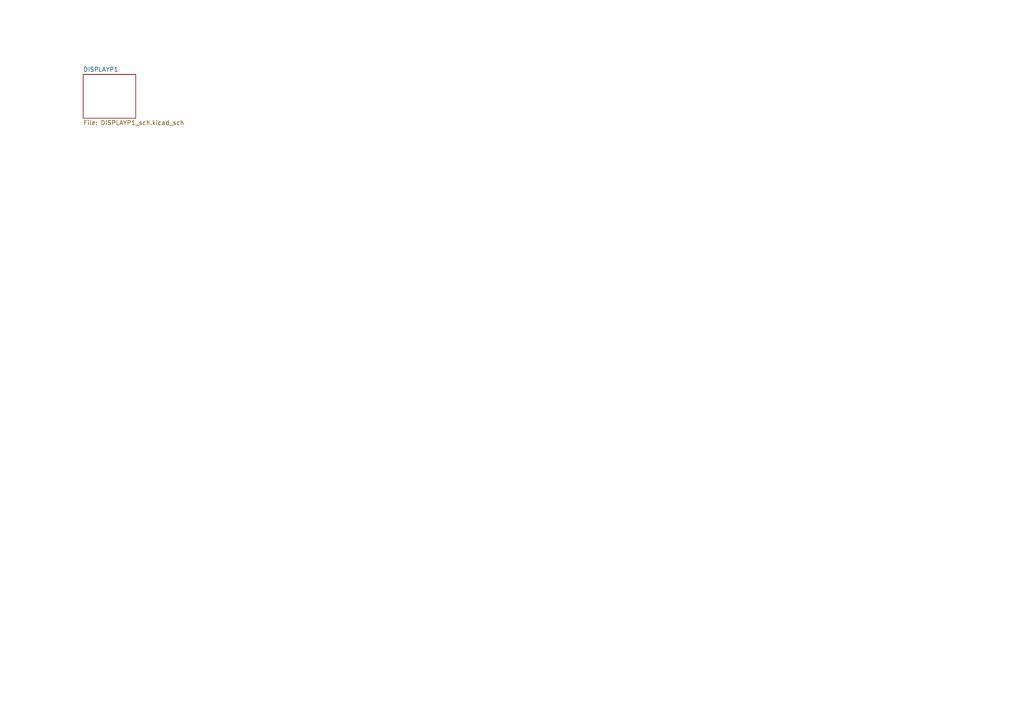
<source format=kicad_sch>
(kicad_sch
	(version 20231120)
	(generator "eeschema")
	(generator_version "8.0")
	(uuid "a739ef74-a7d8-4025-8968-182d623c8cd5")
	(paper "A4")
	(lib_symbols)
	(sheet
		(at 24.13 21.59)
		(size 15.24 12.7)
		(fields_autoplaced yes)
		(stroke
			(width 0.1524)
			(type solid)
		)
		(fill
			(color 0 0 0 0.0000)
		)
		(uuid "094f1b3b-1d7d-4cc0-b9d3-ddbd1cbe1880")
		(property "Sheetname" "DISPLAYP1"
			(at 24.13 20.8784 0)
			(effects
				(font
					(size 1.27 1.27)
				)
				(justify left bottom)
			)
		)
		(property "Sheetfile" "DISPLAYP1_sch.kicad_sch"
			(at 24.13 34.8746 0)
			(effects
				(font
					(size 1.27 1.27)
				)
				(justify left top)
			)
		)
		(instances
			(project "ROCK PAPER SCISSOR"
				(path "/a739ef74-a7d8-4025-8968-182d623c8cd5"
					(page "2")
				)
			)
		)
	)
	(sheet_instances
		(path "/"
			(page "1")
		)
	)
)

</source>
